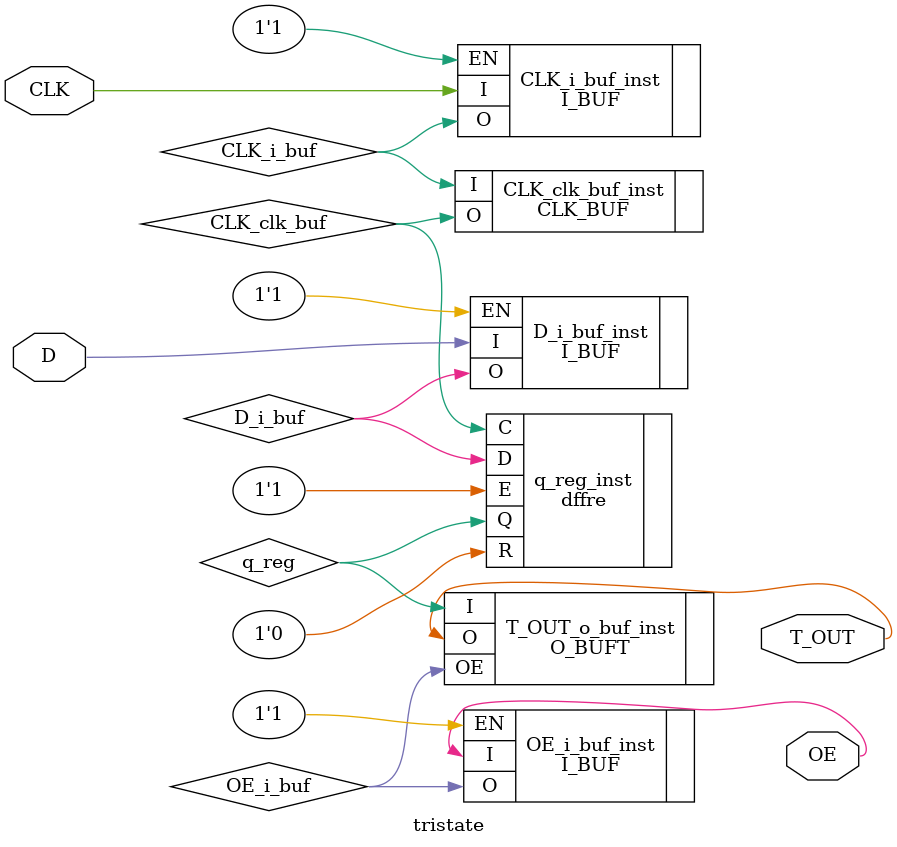
<source format=v>
`timescale 1ns/1ps

module tristate (
  (* src = "tristate_rtl.v:5" *)
  input D,
  (* src = "tristate_rtl.v:6" *)
  input CLK,
  (* src = "tristate_rtl.v:7" *)
  output OE,
  (* src = "tristate_rtl.v:8" *)
  output T_OUT
);

  (* src = "tristate_rtl.v:5" *)
  wire D_i_buf;
  (* src = "tristate_rtl.v:6" *)
  wire CLK_i_buf;
  (* src = "tristate_rtl.v:6" *)
  wire CLK_clk_buf;
  (* src = "tristate_rtl.v:7" *)
  wire OE_i_buf;
  (* src = "tristate_rtl.v:11" *)
  wire q_reg;

  (* src = "tristate_rtl.v:5" *)
  I_BUF #(
    .WEAK_KEEPER("NONE")
  ) D_i_buf_inst (
    .I(D),
    .EN(1'b1),
    .O(D_i_buf));

  (* src = "tristate_rtl.v:6" *)
  I_BUF #(
    .WEAK_KEEPER("NONE")
  ) CLK_i_buf_inst (
    .I(CLK),
    .EN(1'b1),
    .O(CLK_i_buf));
	
  (* src = "tristate_rtl.v:6" *)
  CLK_BUF CLK_clk_buf_inst (
    .I(CLK_i_buf),
	.O(CLK_clk_buf));

  (* src = "tristate_rtl.v:7" *)
  I_BUF #(
    .WEAK_KEEPER("NONE")
  ) OE_i_buf_inst (
    .I(OE),
    .EN(1'b1),
    .O(OE_i_buf));
	
  (* src = "tristate_rtl.v:14" *)
  dffre q_reg_inst (
    .D(D_i_buf),
	.R(1'b0),
	.E(1'b1),
	.C(CLK_clk_buf),
	.Q(q_reg));

  (* src = "tristate_rtl.v:16" *)
  O_BUFT #(
    .WEAK_KEEPER("NONE")
  ) T_OUT_o_buf_inst (
    .I(q_reg),
    .OE(OE_i_buf),
    .O(T_OUT));

endmodule

</source>
